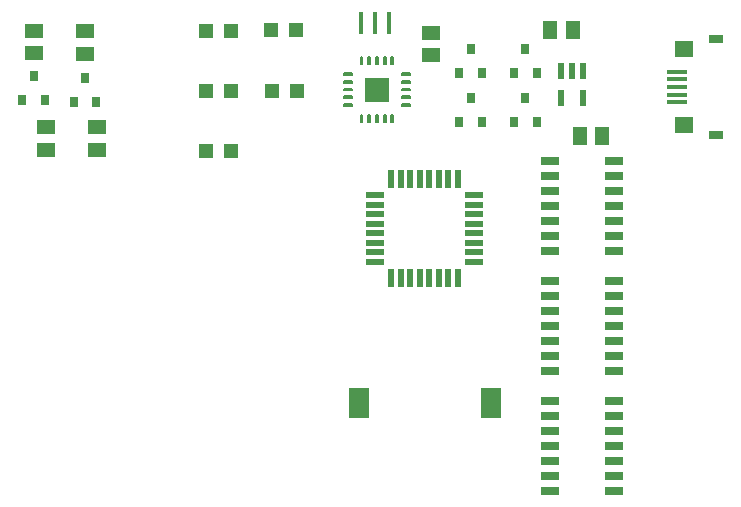
<source format=gtp>
G04 EAGLE Gerber RS-274X export*
G75*
%MOMM*%
%FSLAX34Y34*%
%LPD*%
%INSolderpaste Top*%
%IPPOS*%
%AMOC8*
5,1,8,0,0,1.08239X$1,22.5*%
G01*
%ADD10R,1.500000X1.300000*%
%ADD11R,1.300000X1.500000*%
%ADD12R,1.525000X0.650000*%
%ADD13R,1.200000X1.200000*%
%ADD14R,0.787400X0.889000*%
%ADD15R,0.580000X1.390000*%
%ADD16R,2.060000X2.060000*%
%ADD17C,0.160000*%
%ADD18R,0.550000X1.600000*%
%ADD19R,1.600000X0.550000*%
%ADD20R,1.803400X2.590800*%
%ADD21R,0.400000X1.900000*%
%ADD22R,1.499997X1.400047*%
%ADD23R,1.799997X0.400000*%
%ADD24R,1.270000X0.635000*%


D10*
X380400Y395800D03*
X380400Y414800D03*
D11*
X506700Y327900D03*
X525700Y327900D03*
X481700Y417000D03*
X500700Y417000D03*
D12*
X481680Y103100D03*
X481680Y90400D03*
X481680Y77700D03*
X481680Y65000D03*
X481680Y52300D03*
X481680Y39600D03*
X481680Y26900D03*
X535920Y26900D03*
X535920Y39600D03*
X535920Y52300D03*
X535920Y65000D03*
X535920Y77700D03*
X535920Y90400D03*
X535920Y103100D03*
X481680Y204700D03*
X481680Y192000D03*
X481680Y179300D03*
X481680Y166600D03*
X481680Y153900D03*
X481680Y141200D03*
X481680Y128500D03*
X535920Y128500D03*
X535920Y141200D03*
X535920Y153900D03*
X535920Y166600D03*
X535920Y179300D03*
X535920Y192000D03*
X535920Y204700D03*
X535920Y230100D03*
X535920Y242800D03*
X535920Y255500D03*
X535920Y268200D03*
X535920Y280900D03*
X535920Y293600D03*
X535920Y306300D03*
X481680Y306300D03*
X481680Y293600D03*
X481680Y280900D03*
X481680Y268200D03*
X481680Y255500D03*
X481680Y242800D03*
X481680Y230100D03*
D13*
X245400Y417000D03*
X266400Y417000D03*
X211200Y314800D03*
X190200Y314800D03*
X211200Y365600D03*
X190200Y365600D03*
X211200Y416400D03*
X190200Y416400D03*
X246400Y365500D03*
X267400Y365500D03*
D10*
X87600Y397300D03*
X87600Y416300D03*
X97500Y335100D03*
X97500Y316100D03*
X44400Y397400D03*
X44400Y416400D03*
X54300Y335000D03*
X54300Y316000D03*
D14*
X404694Y339040D03*
X423998Y339040D03*
X414346Y359360D03*
X450894Y380740D03*
X470198Y380740D03*
X460546Y401060D03*
X450894Y339040D03*
X470198Y339040D03*
X460546Y359360D03*
X404694Y380740D03*
X423998Y380740D03*
X414346Y401060D03*
X78094Y356640D03*
X97398Y356640D03*
X87746Y376960D03*
X34594Y358240D03*
X53898Y358240D03*
X44246Y378560D03*
D15*
X509400Y382950D03*
X499900Y382950D03*
X490400Y382950D03*
X490400Y359650D03*
X509400Y359650D03*
D16*
X334800Y366900D03*
D17*
X322600Y345650D02*
X322600Y339150D01*
X321000Y339150D01*
X321000Y345650D01*
X322600Y345650D01*
X322600Y340670D02*
X321000Y340670D01*
X321000Y342190D02*
X322600Y342190D01*
X322600Y343710D02*
X321000Y343710D01*
X321000Y345230D02*
X322600Y345230D01*
X329100Y345650D02*
X329100Y339150D01*
X327500Y339150D01*
X327500Y345650D01*
X329100Y345650D01*
X329100Y340670D02*
X327500Y340670D01*
X327500Y342190D02*
X329100Y342190D01*
X329100Y343710D02*
X327500Y343710D01*
X327500Y345230D02*
X329100Y345230D01*
X335600Y345650D02*
X335600Y339150D01*
X334000Y339150D01*
X334000Y345650D01*
X335600Y345650D01*
X335600Y340670D02*
X334000Y340670D01*
X334000Y342190D02*
X335600Y342190D01*
X335600Y343710D02*
X334000Y343710D01*
X334000Y345230D02*
X335600Y345230D01*
X342100Y345650D02*
X342100Y339150D01*
X340500Y339150D01*
X340500Y345650D01*
X342100Y345650D01*
X342100Y340670D02*
X340500Y340670D01*
X340500Y342190D02*
X342100Y342190D01*
X342100Y343710D02*
X340500Y343710D01*
X340500Y345230D02*
X342100Y345230D01*
X348600Y345650D02*
X348600Y339150D01*
X347000Y339150D01*
X347000Y345650D01*
X348600Y345650D01*
X348600Y340670D02*
X347000Y340670D01*
X347000Y342190D02*
X348600Y342190D01*
X348600Y343710D02*
X347000Y343710D01*
X347000Y345230D02*
X348600Y345230D01*
X348600Y388150D02*
X348600Y394650D01*
X348600Y388150D02*
X347000Y388150D01*
X347000Y394650D01*
X348600Y394650D01*
X348600Y389670D02*
X347000Y389670D01*
X347000Y391190D02*
X348600Y391190D01*
X348600Y392710D02*
X347000Y392710D01*
X347000Y394230D02*
X348600Y394230D01*
X342100Y394650D02*
X342100Y388150D01*
X340500Y388150D01*
X340500Y394650D01*
X342100Y394650D01*
X342100Y389670D02*
X340500Y389670D01*
X340500Y391190D02*
X342100Y391190D01*
X342100Y392710D02*
X340500Y392710D01*
X340500Y394230D02*
X342100Y394230D01*
X335600Y394650D02*
X335600Y388150D01*
X334000Y388150D01*
X334000Y394650D01*
X335600Y394650D01*
X335600Y389670D02*
X334000Y389670D01*
X334000Y391190D02*
X335600Y391190D01*
X335600Y392710D02*
X334000Y392710D01*
X334000Y394230D02*
X335600Y394230D01*
X329100Y394650D02*
X329100Y388150D01*
X327500Y388150D01*
X327500Y394650D01*
X329100Y394650D01*
X329100Y389670D02*
X327500Y389670D01*
X327500Y391190D02*
X329100Y391190D01*
X329100Y392710D02*
X327500Y392710D01*
X327500Y394230D02*
X329100Y394230D01*
X322600Y394650D02*
X322600Y388150D01*
X321000Y388150D01*
X321000Y394650D01*
X322600Y394650D01*
X322600Y389670D02*
X321000Y389670D01*
X321000Y391190D02*
X322600Y391190D01*
X322600Y392710D02*
X321000Y392710D01*
X321000Y394230D02*
X322600Y394230D01*
X313550Y379100D02*
X307050Y379100D01*
X307050Y380700D01*
X313550Y380700D01*
X313550Y379100D01*
X313550Y380620D02*
X307050Y380620D01*
X307050Y372600D02*
X313550Y372600D01*
X307050Y372600D02*
X307050Y374200D01*
X313550Y374200D01*
X313550Y372600D01*
X313550Y374120D02*
X307050Y374120D01*
X307050Y366100D02*
X313550Y366100D01*
X307050Y366100D02*
X307050Y367700D01*
X313550Y367700D01*
X313550Y366100D01*
X313550Y367620D02*
X307050Y367620D01*
X307050Y359600D02*
X313550Y359600D01*
X307050Y359600D02*
X307050Y361200D01*
X313550Y361200D01*
X313550Y359600D01*
X313550Y361120D02*
X307050Y361120D01*
X307050Y353100D02*
X313550Y353100D01*
X307050Y353100D02*
X307050Y354700D01*
X313550Y354700D01*
X313550Y353100D01*
X313550Y354620D02*
X307050Y354620D01*
X356050Y353100D02*
X362550Y353100D01*
X356050Y353100D02*
X356050Y354700D01*
X362550Y354700D01*
X362550Y353100D01*
X362550Y354620D02*
X356050Y354620D01*
X356050Y359600D02*
X362550Y359600D01*
X356050Y359600D02*
X356050Y361200D01*
X362550Y361200D01*
X362550Y359600D01*
X362550Y361120D02*
X356050Y361120D01*
X356050Y366100D02*
X362550Y366100D01*
X356050Y366100D02*
X356050Y367700D01*
X362550Y367700D01*
X362550Y366100D01*
X362550Y367620D02*
X356050Y367620D01*
X356050Y372600D02*
X362550Y372600D01*
X356050Y372600D02*
X356050Y374200D01*
X362550Y374200D01*
X362550Y372600D01*
X362550Y374120D02*
X356050Y374120D01*
X356050Y379100D02*
X362550Y379100D01*
X356050Y379100D02*
X356050Y380700D01*
X362550Y380700D01*
X362550Y379100D01*
X362550Y380620D02*
X356050Y380620D01*
D18*
X403100Y291000D03*
X395100Y291000D03*
X387100Y291000D03*
X379100Y291000D03*
X371100Y291000D03*
X363100Y291000D03*
X355100Y291000D03*
X347100Y291000D03*
D19*
X333300Y277200D03*
X333300Y269200D03*
X333300Y261200D03*
X333300Y253200D03*
X333300Y245200D03*
X333300Y237200D03*
X333300Y229200D03*
X333300Y221200D03*
D18*
X347100Y207400D03*
X355100Y207400D03*
X363100Y207400D03*
X371100Y207400D03*
X379100Y207400D03*
X387100Y207400D03*
X395100Y207400D03*
X403100Y207400D03*
D19*
X416900Y221200D03*
X416900Y229200D03*
X416900Y237200D03*
X416900Y245200D03*
X416900Y253200D03*
X416900Y261200D03*
X416900Y269200D03*
X416900Y277200D03*
D20*
X319793Y101843D03*
X431807Y101843D03*
D21*
X321250Y422800D03*
X333250Y422800D03*
X345250Y422800D03*
D22*
X594846Y336491D03*
D23*
X589045Y356026D03*
D24*
X622255Y409739D03*
X622255Y328241D03*
D23*
X589045Y362528D03*
X589045Y369031D03*
X589045Y375533D03*
X589045Y382035D03*
D22*
X594846Y401489D03*
M02*

</source>
